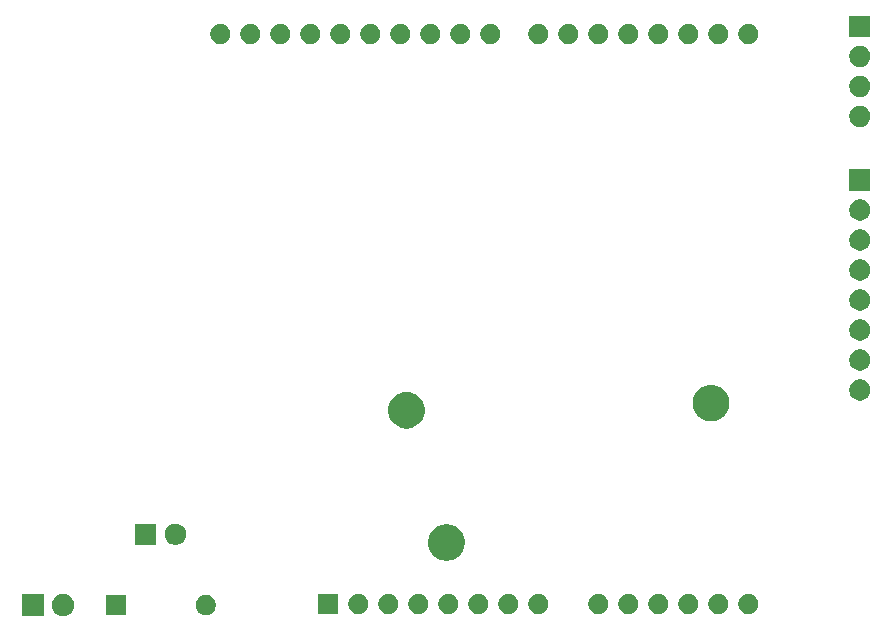
<source format=gbr>
G04 #@! TF.GenerationSoftware,KiCad,Pcbnew,(5.1.5)-3*
G04 #@! TF.CreationDate,2020-12-11T17:28:03+02:00*
G04 #@! TF.ProjectId,led_02,6c65645f-3032-42e6-9b69-6361645f7063,rev?*
G04 #@! TF.SameCoordinates,Original*
G04 #@! TF.FileFunction,Soldermask,Bot*
G04 #@! TF.FilePolarity,Negative*
%FSLAX46Y46*%
G04 Gerber Fmt 4.6, Leading zero omitted, Abs format (unit mm)*
G04 Created by KiCad (PCBNEW (5.1.5)-3) date 2020-12-11 17:28:03*
%MOMM*%
%LPD*%
G04 APERTURE LIST*
%ADD10C,0.100000*%
G04 APERTURE END LIST*
D10*
G36*
X14817395Y-62085546D02*
G01*
X14990466Y-62157234D01*
X14990467Y-62157235D01*
X15146227Y-62261310D01*
X15278690Y-62393773D01*
X15321284Y-62457520D01*
X15382766Y-62549534D01*
X15454454Y-62722605D01*
X15491000Y-62906333D01*
X15491000Y-63093667D01*
X15454454Y-63277395D01*
X15382766Y-63450466D01*
X15382765Y-63450467D01*
X15278690Y-63606227D01*
X15146227Y-63738690D01*
X15123092Y-63754148D01*
X14990466Y-63842766D01*
X14817395Y-63914454D01*
X14633667Y-63951000D01*
X14446333Y-63951000D01*
X14262605Y-63914454D01*
X14089534Y-63842766D01*
X13956908Y-63754148D01*
X13933773Y-63738690D01*
X13801310Y-63606227D01*
X13697235Y-63450467D01*
X13697234Y-63450466D01*
X13625546Y-63277395D01*
X13589000Y-63093667D01*
X13589000Y-62906333D01*
X13625546Y-62722605D01*
X13697234Y-62549534D01*
X13758716Y-62457520D01*
X13801310Y-62393773D01*
X13933773Y-62261310D01*
X14089533Y-62157235D01*
X14089534Y-62157234D01*
X14262605Y-62085546D01*
X14446333Y-62049000D01*
X14633667Y-62049000D01*
X14817395Y-62085546D01*
G37*
G36*
X12951000Y-63951000D02*
G01*
X11049000Y-63951000D01*
X11049000Y-62049000D01*
X12951000Y-62049000D01*
X12951000Y-63951000D01*
G37*
G36*
X19851000Y-63851000D02*
G01*
X18149000Y-63851000D01*
X18149000Y-62149000D01*
X19851000Y-62149000D01*
X19851000Y-63851000D01*
G37*
G36*
X26868228Y-62181703D02*
G01*
X27023100Y-62245853D01*
X27162481Y-62338985D01*
X27281015Y-62457519D01*
X27374147Y-62596900D01*
X27438297Y-62751772D01*
X27471000Y-62916184D01*
X27471000Y-63083816D01*
X27438297Y-63248228D01*
X27374147Y-63403100D01*
X27281015Y-63542481D01*
X27162481Y-63661015D01*
X27023100Y-63754147D01*
X26868228Y-63818297D01*
X26703816Y-63851000D01*
X26536184Y-63851000D01*
X26371772Y-63818297D01*
X26216900Y-63754147D01*
X26077519Y-63661015D01*
X25958985Y-63542481D01*
X25865853Y-63403100D01*
X25801703Y-63248228D01*
X25769000Y-63083816D01*
X25769000Y-62916184D01*
X25801703Y-62751772D01*
X25865853Y-62596900D01*
X25958985Y-62457519D01*
X26077519Y-62338985D01*
X26216900Y-62245853D01*
X26371772Y-62181703D01*
X26536184Y-62149000D01*
X26703816Y-62149000D01*
X26868228Y-62181703D01*
G37*
G36*
X47408228Y-62081703D02*
G01*
X47563100Y-62145853D01*
X47702481Y-62238985D01*
X47821015Y-62357519D01*
X47914147Y-62496900D01*
X47978297Y-62651772D01*
X48011000Y-62816184D01*
X48011000Y-62983816D01*
X47978297Y-63148228D01*
X47914147Y-63303100D01*
X47821015Y-63442481D01*
X47702481Y-63561015D01*
X47563100Y-63654147D01*
X47408228Y-63718297D01*
X47243816Y-63751000D01*
X47076184Y-63751000D01*
X46911772Y-63718297D01*
X46756900Y-63654147D01*
X46617519Y-63561015D01*
X46498985Y-63442481D01*
X46405853Y-63303100D01*
X46341703Y-63148228D01*
X46309000Y-62983816D01*
X46309000Y-62816184D01*
X46341703Y-62651772D01*
X46405853Y-62496900D01*
X46498985Y-62357519D01*
X46617519Y-62238985D01*
X46756900Y-62145853D01*
X46911772Y-62081703D01*
X47076184Y-62049000D01*
X47243816Y-62049000D01*
X47408228Y-62081703D01*
G37*
G36*
X39788228Y-62081703D02*
G01*
X39943100Y-62145853D01*
X40082481Y-62238985D01*
X40201015Y-62357519D01*
X40294147Y-62496900D01*
X40358297Y-62651772D01*
X40391000Y-62816184D01*
X40391000Y-62983816D01*
X40358297Y-63148228D01*
X40294147Y-63303100D01*
X40201015Y-63442481D01*
X40082481Y-63561015D01*
X39943100Y-63654147D01*
X39788228Y-63718297D01*
X39623816Y-63751000D01*
X39456184Y-63751000D01*
X39291772Y-63718297D01*
X39136900Y-63654147D01*
X38997519Y-63561015D01*
X38878985Y-63442481D01*
X38785853Y-63303100D01*
X38721703Y-63148228D01*
X38689000Y-62983816D01*
X38689000Y-62816184D01*
X38721703Y-62651772D01*
X38785853Y-62496900D01*
X38878985Y-62357519D01*
X38997519Y-62238985D01*
X39136900Y-62145853D01*
X39291772Y-62081703D01*
X39456184Y-62049000D01*
X39623816Y-62049000D01*
X39788228Y-62081703D01*
G37*
G36*
X42328228Y-62081703D02*
G01*
X42483100Y-62145853D01*
X42622481Y-62238985D01*
X42741015Y-62357519D01*
X42834147Y-62496900D01*
X42898297Y-62651772D01*
X42931000Y-62816184D01*
X42931000Y-62983816D01*
X42898297Y-63148228D01*
X42834147Y-63303100D01*
X42741015Y-63442481D01*
X42622481Y-63561015D01*
X42483100Y-63654147D01*
X42328228Y-63718297D01*
X42163816Y-63751000D01*
X41996184Y-63751000D01*
X41831772Y-63718297D01*
X41676900Y-63654147D01*
X41537519Y-63561015D01*
X41418985Y-63442481D01*
X41325853Y-63303100D01*
X41261703Y-63148228D01*
X41229000Y-62983816D01*
X41229000Y-62816184D01*
X41261703Y-62651772D01*
X41325853Y-62496900D01*
X41418985Y-62357519D01*
X41537519Y-62238985D01*
X41676900Y-62145853D01*
X41831772Y-62081703D01*
X41996184Y-62049000D01*
X42163816Y-62049000D01*
X42328228Y-62081703D01*
G37*
G36*
X44868228Y-62081703D02*
G01*
X45023100Y-62145853D01*
X45162481Y-62238985D01*
X45281015Y-62357519D01*
X45374147Y-62496900D01*
X45438297Y-62651772D01*
X45471000Y-62816184D01*
X45471000Y-62983816D01*
X45438297Y-63148228D01*
X45374147Y-63303100D01*
X45281015Y-63442481D01*
X45162481Y-63561015D01*
X45023100Y-63654147D01*
X44868228Y-63718297D01*
X44703816Y-63751000D01*
X44536184Y-63751000D01*
X44371772Y-63718297D01*
X44216900Y-63654147D01*
X44077519Y-63561015D01*
X43958985Y-63442481D01*
X43865853Y-63303100D01*
X43801703Y-63148228D01*
X43769000Y-62983816D01*
X43769000Y-62816184D01*
X43801703Y-62651772D01*
X43865853Y-62496900D01*
X43958985Y-62357519D01*
X44077519Y-62238985D01*
X44216900Y-62145853D01*
X44371772Y-62081703D01*
X44536184Y-62049000D01*
X44703816Y-62049000D01*
X44868228Y-62081703D01*
G37*
G36*
X49948228Y-62081703D02*
G01*
X50103100Y-62145853D01*
X50242481Y-62238985D01*
X50361015Y-62357519D01*
X50454147Y-62496900D01*
X50518297Y-62651772D01*
X50551000Y-62816184D01*
X50551000Y-62983816D01*
X50518297Y-63148228D01*
X50454147Y-63303100D01*
X50361015Y-63442481D01*
X50242481Y-63561015D01*
X50103100Y-63654147D01*
X49948228Y-63718297D01*
X49783816Y-63751000D01*
X49616184Y-63751000D01*
X49451772Y-63718297D01*
X49296900Y-63654147D01*
X49157519Y-63561015D01*
X49038985Y-63442481D01*
X48945853Y-63303100D01*
X48881703Y-63148228D01*
X48849000Y-62983816D01*
X48849000Y-62816184D01*
X48881703Y-62651772D01*
X48945853Y-62496900D01*
X49038985Y-62357519D01*
X49157519Y-62238985D01*
X49296900Y-62145853D01*
X49451772Y-62081703D01*
X49616184Y-62049000D01*
X49783816Y-62049000D01*
X49948228Y-62081703D01*
G37*
G36*
X52488228Y-62081703D02*
G01*
X52643100Y-62145853D01*
X52782481Y-62238985D01*
X52901015Y-62357519D01*
X52994147Y-62496900D01*
X53058297Y-62651772D01*
X53091000Y-62816184D01*
X53091000Y-62983816D01*
X53058297Y-63148228D01*
X52994147Y-63303100D01*
X52901015Y-63442481D01*
X52782481Y-63561015D01*
X52643100Y-63654147D01*
X52488228Y-63718297D01*
X52323816Y-63751000D01*
X52156184Y-63751000D01*
X51991772Y-63718297D01*
X51836900Y-63654147D01*
X51697519Y-63561015D01*
X51578985Y-63442481D01*
X51485853Y-63303100D01*
X51421703Y-63148228D01*
X51389000Y-62983816D01*
X51389000Y-62816184D01*
X51421703Y-62651772D01*
X51485853Y-62496900D01*
X51578985Y-62357519D01*
X51697519Y-62238985D01*
X51836900Y-62145853D01*
X51991772Y-62081703D01*
X52156184Y-62049000D01*
X52323816Y-62049000D01*
X52488228Y-62081703D01*
G37*
G36*
X55028228Y-62081703D02*
G01*
X55183100Y-62145853D01*
X55322481Y-62238985D01*
X55441015Y-62357519D01*
X55534147Y-62496900D01*
X55598297Y-62651772D01*
X55631000Y-62816184D01*
X55631000Y-62983816D01*
X55598297Y-63148228D01*
X55534147Y-63303100D01*
X55441015Y-63442481D01*
X55322481Y-63561015D01*
X55183100Y-63654147D01*
X55028228Y-63718297D01*
X54863816Y-63751000D01*
X54696184Y-63751000D01*
X54531772Y-63718297D01*
X54376900Y-63654147D01*
X54237519Y-63561015D01*
X54118985Y-63442481D01*
X54025853Y-63303100D01*
X53961703Y-63148228D01*
X53929000Y-62983816D01*
X53929000Y-62816184D01*
X53961703Y-62651772D01*
X54025853Y-62496900D01*
X54118985Y-62357519D01*
X54237519Y-62238985D01*
X54376900Y-62145853D01*
X54531772Y-62081703D01*
X54696184Y-62049000D01*
X54863816Y-62049000D01*
X55028228Y-62081703D01*
G37*
G36*
X37851000Y-63751000D02*
G01*
X36149000Y-63751000D01*
X36149000Y-62049000D01*
X37851000Y-62049000D01*
X37851000Y-63751000D01*
G37*
G36*
X62648228Y-62081703D02*
G01*
X62803100Y-62145853D01*
X62942481Y-62238985D01*
X63061015Y-62357519D01*
X63154147Y-62496900D01*
X63218297Y-62651772D01*
X63251000Y-62816184D01*
X63251000Y-62983816D01*
X63218297Y-63148228D01*
X63154147Y-63303100D01*
X63061015Y-63442481D01*
X62942481Y-63561015D01*
X62803100Y-63654147D01*
X62648228Y-63718297D01*
X62483816Y-63751000D01*
X62316184Y-63751000D01*
X62151772Y-63718297D01*
X61996900Y-63654147D01*
X61857519Y-63561015D01*
X61738985Y-63442481D01*
X61645853Y-63303100D01*
X61581703Y-63148228D01*
X61549000Y-62983816D01*
X61549000Y-62816184D01*
X61581703Y-62651772D01*
X61645853Y-62496900D01*
X61738985Y-62357519D01*
X61857519Y-62238985D01*
X61996900Y-62145853D01*
X62151772Y-62081703D01*
X62316184Y-62049000D01*
X62483816Y-62049000D01*
X62648228Y-62081703D01*
G37*
G36*
X65188228Y-62081703D02*
G01*
X65343100Y-62145853D01*
X65482481Y-62238985D01*
X65601015Y-62357519D01*
X65694147Y-62496900D01*
X65758297Y-62651772D01*
X65791000Y-62816184D01*
X65791000Y-62983816D01*
X65758297Y-63148228D01*
X65694147Y-63303100D01*
X65601015Y-63442481D01*
X65482481Y-63561015D01*
X65343100Y-63654147D01*
X65188228Y-63718297D01*
X65023816Y-63751000D01*
X64856184Y-63751000D01*
X64691772Y-63718297D01*
X64536900Y-63654147D01*
X64397519Y-63561015D01*
X64278985Y-63442481D01*
X64185853Y-63303100D01*
X64121703Y-63148228D01*
X64089000Y-62983816D01*
X64089000Y-62816184D01*
X64121703Y-62651772D01*
X64185853Y-62496900D01*
X64278985Y-62357519D01*
X64397519Y-62238985D01*
X64536900Y-62145853D01*
X64691772Y-62081703D01*
X64856184Y-62049000D01*
X65023816Y-62049000D01*
X65188228Y-62081703D01*
G37*
G36*
X67728228Y-62081703D02*
G01*
X67883100Y-62145853D01*
X68022481Y-62238985D01*
X68141015Y-62357519D01*
X68234147Y-62496900D01*
X68298297Y-62651772D01*
X68331000Y-62816184D01*
X68331000Y-62983816D01*
X68298297Y-63148228D01*
X68234147Y-63303100D01*
X68141015Y-63442481D01*
X68022481Y-63561015D01*
X67883100Y-63654147D01*
X67728228Y-63718297D01*
X67563816Y-63751000D01*
X67396184Y-63751000D01*
X67231772Y-63718297D01*
X67076900Y-63654147D01*
X66937519Y-63561015D01*
X66818985Y-63442481D01*
X66725853Y-63303100D01*
X66661703Y-63148228D01*
X66629000Y-62983816D01*
X66629000Y-62816184D01*
X66661703Y-62651772D01*
X66725853Y-62496900D01*
X66818985Y-62357519D01*
X66937519Y-62238985D01*
X67076900Y-62145853D01*
X67231772Y-62081703D01*
X67396184Y-62049000D01*
X67563816Y-62049000D01*
X67728228Y-62081703D01*
G37*
G36*
X70268228Y-62081703D02*
G01*
X70423100Y-62145853D01*
X70562481Y-62238985D01*
X70681015Y-62357519D01*
X70774147Y-62496900D01*
X70838297Y-62651772D01*
X70871000Y-62816184D01*
X70871000Y-62983816D01*
X70838297Y-63148228D01*
X70774147Y-63303100D01*
X70681015Y-63442481D01*
X70562481Y-63561015D01*
X70423100Y-63654147D01*
X70268228Y-63718297D01*
X70103816Y-63751000D01*
X69936184Y-63751000D01*
X69771772Y-63718297D01*
X69616900Y-63654147D01*
X69477519Y-63561015D01*
X69358985Y-63442481D01*
X69265853Y-63303100D01*
X69201703Y-63148228D01*
X69169000Y-62983816D01*
X69169000Y-62816184D01*
X69201703Y-62651772D01*
X69265853Y-62496900D01*
X69358985Y-62357519D01*
X69477519Y-62238985D01*
X69616900Y-62145853D01*
X69771772Y-62081703D01*
X69936184Y-62049000D01*
X70103816Y-62049000D01*
X70268228Y-62081703D01*
G37*
G36*
X72808228Y-62081703D02*
G01*
X72963100Y-62145853D01*
X73102481Y-62238985D01*
X73221015Y-62357519D01*
X73314147Y-62496900D01*
X73378297Y-62651772D01*
X73411000Y-62816184D01*
X73411000Y-62983816D01*
X73378297Y-63148228D01*
X73314147Y-63303100D01*
X73221015Y-63442481D01*
X73102481Y-63561015D01*
X72963100Y-63654147D01*
X72808228Y-63718297D01*
X72643816Y-63751000D01*
X72476184Y-63751000D01*
X72311772Y-63718297D01*
X72156900Y-63654147D01*
X72017519Y-63561015D01*
X71898985Y-63442481D01*
X71805853Y-63303100D01*
X71741703Y-63148228D01*
X71709000Y-62983816D01*
X71709000Y-62816184D01*
X71741703Y-62651772D01*
X71805853Y-62496900D01*
X71898985Y-62357519D01*
X72017519Y-62238985D01*
X72156900Y-62145853D01*
X72311772Y-62081703D01*
X72476184Y-62049000D01*
X72643816Y-62049000D01*
X72808228Y-62081703D01*
G37*
G36*
X60108228Y-62081703D02*
G01*
X60263100Y-62145853D01*
X60402481Y-62238985D01*
X60521015Y-62357519D01*
X60614147Y-62496900D01*
X60678297Y-62651772D01*
X60711000Y-62816184D01*
X60711000Y-62983816D01*
X60678297Y-63148228D01*
X60614147Y-63303100D01*
X60521015Y-63442481D01*
X60402481Y-63561015D01*
X60263100Y-63654147D01*
X60108228Y-63718297D01*
X59943816Y-63751000D01*
X59776184Y-63751000D01*
X59611772Y-63718297D01*
X59456900Y-63654147D01*
X59317519Y-63561015D01*
X59198985Y-63442481D01*
X59105853Y-63303100D01*
X59041703Y-63148228D01*
X59009000Y-62983816D01*
X59009000Y-62816184D01*
X59041703Y-62651772D01*
X59105853Y-62496900D01*
X59198985Y-62357519D01*
X59317519Y-62238985D01*
X59456900Y-62145853D01*
X59611772Y-62081703D01*
X59776184Y-62049000D01*
X59943816Y-62049000D01*
X60108228Y-62081703D01*
G37*
G36*
X47302585Y-56178802D02*
G01*
X47452410Y-56208604D01*
X47734674Y-56325521D01*
X47988705Y-56495259D01*
X48204741Y-56711295D01*
X48374479Y-56965326D01*
X48491396Y-57247590D01*
X48494424Y-57262812D01*
X48551000Y-57547239D01*
X48551000Y-57852761D01*
X48521198Y-58002585D01*
X48491396Y-58152410D01*
X48374479Y-58434674D01*
X48204741Y-58688705D01*
X47988705Y-58904741D01*
X47734674Y-59074479D01*
X47452410Y-59191396D01*
X47302585Y-59221198D01*
X47152761Y-59251000D01*
X46847239Y-59251000D01*
X46697415Y-59221198D01*
X46547590Y-59191396D01*
X46265326Y-59074479D01*
X46011295Y-58904741D01*
X45795259Y-58688705D01*
X45625521Y-58434674D01*
X45508604Y-58152410D01*
X45478802Y-58002585D01*
X45449000Y-57852761D01*
X45449000Y-57547239D01*
X45505576Y-57262812D01*
X45508604Y-57247590D01*
X45625521Y-56965326D01*
X45795259Y-56711295D01*
X46011295Y-56495259D01*
X46265326Y-56325521D01*
X46547590Y-56208604D01*
X46697415Y-56178802D01*
X46847239Y-56149000D01*
X47152761Y-56149000D01*
X47302585Y-56178802D01*
G37*
G36*
X22401000Y-57901000D02*
G01*
X20599000Y-57901000D01*
X20599000Y-56099000D01*
X22401000Y-56099000D01*
X22401000Y-57901000D01*
G37*
G36*
X24153512Y-56103927D02*
G01*
X24302812Y-56133624D01*
X24466784Y-56201544D01*
X24614354Y-56300147D01*
X24739853Y-56425646D01*
X24838456Y-56573216D01*
X24906376Y-56737188D01*
X24941000Y-56911259D01*
X24941000Y-57088741D01*
X24906376Y-57262812D01*
X24838456Y-57426784D01*
X24739853Y-57574354D01*
X24614354Y-57699853D01*
X24466784Y-57798456D01*
X24302812Y-57866376D01*
X24153512Y-57896073D01*
X24128742Y-57901000D01*
X23951258Y-57901000D01*
X23926488Y-57896073D01*
X23777188Y-57866376D01*
X23613216Y-57798456D01*
X23465646Y-57699853D01*
X23340147Y-57574354D01*
X23241544Y-57426784D01*
X23173624Y-57262812D01*
X23139000Y-57088741D01*
X23139000Y-56911259D01*
X23173624Y-56737188D01*
X23241544Y-56573216D01*
X23340147Y-56425646D01*
X23465646Y-56300147D01*
X23613216Y-56201544D01*
X23777188Y-56133624D01*
X23926488Y-56103927D01*
X23951258Y-56099000D01*
X24128742Y-56099000D01*
X24153512Y-56103927D01*
G37*
G36*
X43902585Y-44978802D02*
G01*
X44052410Y-45008604D01*
X44334674Y-45125521D01*
X44588705Y-45295259D01*
X44804741Y-45511295D01*
X44974479Y-45765326D01*
X45091396Y-46047590D01*
X45151000Y-46347240D01*
X45151000Y-46652760D01*
X45091396Y-46952410D01*
X44974479Y-47234674D01*
X44804741Y-47488705D01*
X44588705Y-47704741D01*
X44334674Y-47874479D01*
X44052410Y-47991396D01*
X43902585Y-48021198D01*
X43752761Y-48051000D01*
X43447239Y-48051000D01*
X43297415Y-48021198D01*
X43147590Y-47991396D01*
X42865326Y-47874479D01*
X42611295Y-47704741D01*
X42395259Y-47488705D01*
X42225521Y-47234674D01*
X42108604Y-46952410D01*
X42049000Y-46652760D01*
X42049000Y-46347240D01*
X42108604Y-46047590D01*
X42225521Y-45765326D01*
X42395259Y-45511295D01*
X42611295Y-45295259D01*
X42865326Y-45125521D01*
X43147590Y-45008604D01*
X43297415Y-44978802D01*
X43447239Y-44949000D01*
X43752761Y-44949000D01*
X43902585Y-44978802D01*
G37*
G36*
X69702585Y-44378802D02*
G01*
X69852410Y-44408604D01*
X70134674Y-44525521D01*
X70388705Y-44695259D01*
X70604741Y-44911295D01*
X70774479Y-45165326D01*
X70891396Y-45447590D01*
X70951000Y-45747240D01*
X70951000Y-46052760D01*
X70891396Y-46352410D01*
X70774479Y-46634674D01*
X70604741Y-46888705D01*
X70388705Y-47104741D01*
X70134674Y-47274479D01*
X69852410Y-47391396D01*
X69702585Y-47421198D01*
X69552761Y-47451000D01*
X69247239Y-47451000D01*
X69097415Y-47421198D01*
X68947590Y-47391396D01*
X68665326Y-47274479D01*
X68411295Y-47104741D01*
X68195259Y-46888705D01*
X68025521Y-46634674D01*
X67908604Y-46352410D01*
X67849000Y-46052760D01*
X67849000Y-45747240D01*
X67908604Y-45447590D01*
X68025521Y-45165326D01*
X68195259Y-44911295D01*
X68411295Y-44695259D01*
X68665326Y-44525521D01*
X68947590Y-44408604D01*
X69097415Y-44378802D01*
X69247239Y-44349000D01*
X69552761Y-44349000D01*
X69702585Y-44378802D01*
G37*
G36*
X82113512Y-43883927D02*
G01*
X82262812Y-43913624D01*
X82426784Y-43981544D01*
X82574354Y-44080147D01*
X82699853Y-44205646D01*
X82798456Y-44353216D01*
X82866376Y-44517188D01*
X82901000Y-44691259D01*
X82901000Y-44868741D01*
X82866376Y-45042812D01*
X82798456Y-45206784D01*
X82699853Y-45354354D01*
X82574354Y-45479853D01*
X82426784Y-45578456D01*
X82262812Y-45646376D01*
X82113512Y-45676073D01*
X82088742Y-45681000D01*
X81911258Y-45681000D01*
X81886488Y-45676073D01*
X81737188Y-45646376D01*
X81573216Y-45578456D01*
X81425646Y-45479853D01*
X81300147Y-45354354D01*
X81201544Y-45206784D01*
X81133624Y-45042812D01*
X81099000Y-44868741D01*
X81099000Y-44691259D01*
X81133624Y-44517188D01*
X81201544Y-44353216D01*
X81300147Y-44205646D01*
X81425646Y-44080147D01*
X81573216Y-43981544D01*
X81737188Y-43913624D01*
X81886488Y-43883927D01*
X81911258Y-43879000D01*
X82088742Y-43879000D01*
X82113512Y-43883927D01*
G37*
G36*
X82113512Y-41343927D02*
G01*
X82262812Y-41373624D01*
X82426784Y-41441544D01*
X82574354Y-41540147D01*
X82699853Y-41665646D01*
X82798456Y-41813216D01*
X82866376Y-41977188D01*
X82901000Y-42151259D01*
X82901000Y-42328741D01*
X82866376Y-42502812D01*
X82798456Y-42666784D01*
X82699853Y-42814354D01*
X82574354Y-42939853D01*
X82426784Y-43038456D01*
X82262812Y-43106376D01*
X82113512Y-43136073D01*
X82088742Y-43141000D01*
X81911258Y-43141000D01*
X81886488Y-43136073D01*
X81737188Y-43106376D01*
X81573216Y-43038456D01*
X81425646Y-42939853D01*
X81300147Y-42814354D01*
X81201544Y-42666784D01*
X81133624Y-42502812D01*
X81099000Y-42328741D01*
X81099000Y-42151259D01*
X81133624Y-41977188D01*
X81201544Y-41813216D01*
X81300147Y-41665646D01*
X81425646Y-41540147D01*
X81573216Y-41441544D01*
X81737188Y-41373624D01*
X81886488Y-41343927D01*
X81911258Y-41339000D01*
X82088742Y-41339000D01*
X82113512Y-41343927D01*
G37*
G36*
X82113512Y-38803927D02*
G01*
X82262812Y-38833624D01*
X82426784Y-38901544D01*
X82574354Y-39000147D01*
X82699853Y-39125646D01*
X82798456Y-39273216D01*
X82866376Y-39437188D01*
X82901000Y-39611259D01*
X82901000Y-39788741D01*
X82866376Y-39962812D01*
X82798456Y-40126784D01*
X82699853Y-40274354D01*
X82574354Y-40399853D01*
X82426784Y-40498456D01*
X82262812Y-40566376D01*
X82113512Y-40596073D01*
X82088742Y-40601000D01*
X81911258Y-40601000D01*
X81886488Y-40596073D01*
X81737188Y-40566376D01*
X81573216Y-40498456D01*
X81425646Y-40399853D01*
X81300147Y-40274354D01*
X81201544Y-40126784D01*
X81133624Y-39962812D01*
X81099000Y-39788741D01*
X81099000Y-39611259D01*
X81133624Y-39437188D01*
X81201544Y-39273216D01*
X81300147Y-39125646D01*
X81425646Y-39000147D01*
X81573216Y-38901544D01*
X81737188Y-38833624D01*
X81886488Y-38803927D01*
X81911258Y-38799000D01*
X82088742Y-38799000D01*
X82113512Y-38803927D01*
G37*
G36*
X82113512Y-36263927D02*
G01*
X82262812Y-36293624D01*
X82426784Y-36361544D01*
X82574354Y-36460147D01*
X82699853Y-36585646D01*
X82798456Y-36733216D01*
X82866376Y-36897188D01*
X82901000Y-37071259D01*
X82901000Y-37248741D01*
X82866376Y-37422812D01*
X82798456Y-37586784D01*
X82699853Y-37734354D01*
X82574354Y-37859853D01*
X82426784Y-37958456D01*
X82262812Y-38026376D01*
X82113512Y-38056073D01*
X82088742Y-38061000D01*
X81911258Y-38061000D01*
X81886488Y-38056073D01*
X81737188Y-38026376D01*
X81573216Y-37958456D01*
X81425646Y-37859853D01*
X81300147Y-37734354D01*
X81201544Y-37586784D01*
X81133624Y-37422812D01*
X81099000Y-37248741D01*
X81099000Y-37071259D01*
X81133624Y-36897188D01*
X81201544Y-36733216D01*
X81300147Y-36585646D01*
X81425646Y-36460147D01*
X81573216Y-36361544D01*
X81737188Y-36293624D01*
X81886488Y-36263927D01*
X81911258Y-36259000D01*
X82088742Y-36259000D01*
X82113512Y-36263927D01*
G37*
G36*
X82113512Y-33723927D02*
G01*
X82262812Y-33753624D01*
X82426784Y-33821544D01*
X82574354Y-33920147D01*
X82699853Y-34045646D01*
X82798456Y-34193216D01*
X82866376Y-34357188D01*
X82901000Y-34531259D01*
X82901000Y-34708741D01*
X82866376Y-34882812D01*
X82798456Y-35046784D01*
X82699853Y-35194354D01*
X82574354Y-35319853D01*
X82426784Y-35418456D01*
X82262812Y-35486376D01*
X82113512Y-35516073D01*
X82088742Y-35521000D01*
X81911258Y-35521000D01*
X81886488Y-35516073D01*
X81737188Y-35486376D01*
X81573216Y-35418456D01*
X81425646Y-35319853D01*
X81300147Y-35194354D01*
X81201544Y-35046784D01*
X81133624Y-34882812D01*
X81099000Y-34708741D01*
X81099000Y-34531259D01*
X81133624Y-34357188D01*
X81201544Y-34193216D01*
X81300147Y-34045646D01*
X81425646Y-33920147D01*
X81573216Y-33821544D01*
X81737188Y-33753624D01*
X81886488Y-33723927D01*
X81911258Y-33719000D01*
X82088742Y-33719000D01*
X82113512Y-33723927D01*
G37*
G36*
X82113512Y-31183927D02*
G01*
X82262812Y-31213624D01*
X82426784Y-31281544D01*
X82574354Y-31380147D01*
X82699853Y-31505646D01*
X82798456Y-31653216D01*
X82866376Y-31817188D01*
X82901000Y-31991259D01*
X82901000Y-32168741D01*
X82866376Y-32342812D01*
X82798456Y-32506784D01*
X82699853Y-32654354D01*
X82574354Y-32779853D01*
X82426784Y-32878456D01*
X82262812Y-32946376D01*
X82113512Y-32976073D01*
X82088742Y-32981000D01*
X81911258Y-32981000D01*
X81886488Y-32976073D01*
X81737188Y-32946376D01*
X81573216Y-32878456D01*
X81425646Y-32779853D01*
X81300147Y-32654354D01*
X81201544Y-32506784D01*
X81133624Y-32342812D01*
X81099000Y-32168741D01*
X81099000Y-31991259D01*
X81133624Y-31817188D01*
X81201544Y-31653216D01*
X81300147Y-31505646D01*
X81425646Y-31380147D01*
X81573216Y-31281544D01*
X81737188Y-31213624D01*
X81886488Y-31183927D01*
X81911258Y-31179000D01*
X82088742Y-31179000D01*
X82113512Y-31183927D01*
G37*
G36*
X82113512Y-28643927D02*
G01*
X82262812Y-28673624D01*
X82426784Y-28741544D01*
X82574354Y-28840147D01*
X82699853Y-28965646D01*
X82798456Y-29113216D01*
X82866376Y-29277188D01*
X82901000Y-29451259D01*
X82901000Y-29628741D01*
X82866376Y-29802812D01*
X82798456Y-29966784D01*
X82699853Y-30114354D01*
X82574354Y-30239853D01*
X82426784Y-30338456D01*
X82262812Y-30406376D01*
X82113512Y-30436073D01*
X82088742Y-30441000D01*
X81911258Y-30441000D01*
X81886488Y-30436073D01*
X81737188Y-30406376D01*
X81573216Y-30338456D01*
X81425646Y-30239853D01*
X81300147Y-30114354D01*
X81201544Y-29966784D01*
X81133624Y-29802812D01*
X81099000Y-29628741D01*
X81099000Y-29451259D01*
X81133624Y-29277188D01*
X81201544Y-29113216D01*
X81300147Y-28965646D01*
X81425646Y-28840147D01*
X81573216Y-28741544D01*
X81737188Y-28673624D01*
X81886488Y-28643927D01*
X81911258Y-28639000D01*
X82088742Y-28639000D01*
X82113512Y-28643927D01*
G37*
G36*
X82901000Y-27901000D02*
G01*
X81099000Y-27901000D01*
X81099000Y-26099000D01*
X82901000Y-26099000D01*
X82901000Y-27901000D01*
G37*
G36*
X82113512Y-20723927D02*
G01*
X82262812Y-20753624D01*
X82426784Y-20821544D01*
X82574354Y-20920147D01*
X82699853Y-21045646D01*
X82798456Y-21193216D01*
X82866376Y-21357188D01*
X82901000Y-21531259D01*
X82901000Y-21708741D01*
X82866376Y-21882812D01*
X82798456Y-22046784D01*
X82699853Y-22194354D01*
X82574354Y-22319853D01*
X82426784Y-22418456D01*
X82262812Y-22486376D01*
X82113512Y-22516073D01*
X82088742Y-22521000D01*
X81911258Y-22521000D01*
X81886488Y-22516073D01*
X81737188Y-22486376D01*
X81573216Y-22418456D01*
X81425646Y-22319853D01*
X81300147Y-22194354D01*
X81201544Y-22046784D01*
X81133624Y-21882812D01*
X81099000Y-21708741D01*
X81099000Y-21531259D01*
X81133624Y-21357188D01*
X81201544Y-21193216D01*
X81300147Y-21045646D01*
X81425646Y-20920147D01*
X81573216Y-20821544D01*
X81737188Y-20753624D01*
X81886488Y-20723927D01*
X81911258Y-20719000D01*
X82088742Y-20719000D01*
X82113512Y-20723927D01*
G37*
G36*
X82113512Y-18183927D02*
G01*
X82262812Y-18213624D01*
X82426784Y-18281544D01*
X82574354Y-18380147D01*
X82699853Y-18505646D01*
X82798456Y-18653216D01*
X82866376Y-18817188D01*
X82901000Y-18991259D01*
X82901000Y-19168741D01*
X82866376Y-19342812D01*
X82798456Y-19506784D01*
X82699853Y-19654354D01*
X82574354Y-19779853D01*
X82426784Y-19878456D01*
X82262812Y-19946376D01*
X82113512Y-19976073D01*
X82088742Y-19981000D01*
X81911258Y-19981000D01*
X81886488Y-19976073D01*
X81737188Y-19946376D01*
X81573216Y-19878456D01*
X81425646Y-19779853D01*
X81300147Y-19654354D01*
X81201544Y-19506784D01*
X81133624Y-19342812D01*
X81099000Y-19168741D01*
X81099000Y-18991259D01*
X81133624Y-18817188D01*
X81201544Y-18653216D01*
X81300147Y-18505646D01*
X81425646Y-18380147D01*
X81573216Y-18281544D01*
X81737188Y-18213624D01*
X81886488Y-18183927D01*
X81911258Y-18179000D01*
X82088742Y-18179000D01*
X82113512Y-18183927D01*
G37*
G36*
X82113512Y-15643927D02*
G01*
X82262812Y-15673624D01*
X82426784Y-15741544D01*
X82574354Y-15840147D01*
X82699853Y-15965646D01*
X82798456Y-16113216D01*
X82866376Y-16277188D01*
X82901000Y-16451259D01*
X82901000Y-16628741D01*
X82866376Y-16802812D01*
X82798456Y-16966784D01*
X82699853Y-17114354D01*
X82574354Y-17239853D01*
X82426784Y-17338456D01*
X82262812Y-17406376D01*
X82113512Y-17436073D01*
X82088742Y-17441000D01*
X81911258Y-17441000D01*
X81886488Y-17436073D01*
X81737188Y-17406376D01*
X81573216Y-17338456D01*
X81425646Y-17239853D01*
X81300147Y-17114354D01*
X81201544Y-16966784D01*
X81133624Y-16802812D01*
X81099000Y-16628741D01*
X81099000Y-16451259D01*
X81133624Y-16277188D01*
X81201544Y-16113216D01*
X81300147Y-15965646D01*
X81425646Y-15840147D01*
X81573216Y-15741544D01*
X81737188Y-15673624D01*
X81886488Y-15643927D01*
X81911258Y-15639000D01*
X82088742Y-15639000D01*
X82113512Y-15643927D01*
G37*
G36*
X40808228Y-13821703D02*
G01*
X40963100Y-13885853D01*
X41102481Y-13978985D01*
X41221015Y-14097519D01*
X41314147Y-14236900D01*
X41378297Y-14391772D01*
X41411000Y-14556184D01*
X41411000Y-14723816D01*
X41378297Y-14888228D01*
X41314147Y-15043100D01*
X41221015Y-15182481D01*
X41102481Y-15301015D01*
X40963100Y-15394147D01*
X40808228Y-15458297D01*
X40643816Y-15491000D01*
X40476184Y-15491000D01*
X40311772Y-15458297D01*
X40156900Y-15394147D01*
X40017519Y-15301015D01*
X39898985Y-15182481D01*
X39805853Y-15043100D01*
X39741703Y-14888228D01*
X39709000Y-14723816D01*
X39709000Y-14556184D01*
X39741703Y-14391772D01*
X39805853Y-14236900D01*
X39898985Y-14097519D01*
X40017519Y-13978985D01*
X40156900Y-13885853D01*
X40311772Y-13821703D01*
X40476184Y-13789000D01*
X40643816Y-13789000D01*
X40808228Y-13821703D01*
G37*
G36*
X60108228Y-13821703D02*
G01*
X60263100Y-13885853D01*
X60402481Y-13978985D01*
X60521015Y-14097519D01*
X60614147Y-14236900D01*
X60678297Y-14391772D01*
X60711000Y-14556184D01*
X60711000Y-14723816D01*
X60678297Y-14888228D01*
X60614147Y-15043100D01*
X60521015Y-15182481D01*
X60402481Y-15301015D01*
X60263100Y-15394147D01*
X60108228Y-15458297D01*
X59943816Y-15491000D01*
X59776184Y-15491000D01*
X59611772Y-15458297D01*
X59456900Y-15394147D01*
X59317519Y-15301015D01*
X59198985Y-15182481D01*
X59105853Y-15043100D01*
X59041703Y-14888228D01*
X59009000Y-14723816D01*
X59009000Y-14556184D01*
X59041703Y-14391772D01*
X59105853Y-14236900D01*
X59198985Y-14097519D01*
X59317519Y-13978985D01*
X59456900Y-13885853D01*
X59611772Y-13821703D01*
X59776184Y-13789000D01*
X59943816Y-13789000D01*
X60108228Y-13821703D01*
G37*
G36*
X62648228Y-13821703D02*
G01*
X62803100Y-13885853D01*
X62942481Y-13978985D01*
X63061015Y-14097519D01*
X63154147Y-14236900D01*
X63218297Y-14391772D01*
X63251000Y-14556184D01*
X63251000Y-14723816D01*
X63218297Y-14888228D01*
X63154147Y-15043100D01*
X63061015Y-15182481D01*
X62942481Y-15301015D01*
X62803100Y-15394147D01*
X62648228Y-15458297D01*
X62483816Y-15491000D01*
X62316184Y-15491000D01*
X62151772Y-15458297D01*
X61996900Y-15394147D01*
X61857519Y-15301015D01*
X61738985Y-15182481D01*
X61645853Y-15043100D01*
X61581703Y-14888228D01*
X61549000Y-14723816D01*
X61549000Y-14556184D01*
X61581703Y-14391772D01*
X61645853Y-14236900D01*
X61738985Y-14097519D01*
X61857519Y-13978985D01*
X61996900Y-13885853D01*
X62151772Y-13821703D01*
X62316184Y-13789000D01*
X62483816Y-13789000D01*
X62648228Y-13821703D01*
G37*
G36*
X48428228Y-13821703D02*
G01*
X48583100Y-13885853D01*
X48722481Y-13978985D01*
X48841015Y-14097519D01*
X48934147Y-14236900D01*
X48998297Y-14391772D01*
X49031000Y-14556184D01*
X49031000Y-14723816D01*
X48998297Y-14888228D01*
X48934147Y-15043100D01*
X48841015Y-15182481D01*
X48722481Y-15301015D01*
X48583100Y-15394147D01*
X48428228Y-15458297D01*
X48263816Y-15491000D01*
X48096184Y-15491000D01*
X47931772Y-15458297D01*
X47776900Y-15394147D01*
X47637519Y-15301015D01*
X47518985Y-15182481D01*
X47425853Y-15043100D01*
X47361703Y-14888228D01*
X47329000Y-14723816D01*
X47329000Y-14556184D01*
X47361703Y-14391772D01*
X47425853Y-14236900D01*
X47518985Y-14097519D01*
X47637519Y-13978985D01*
X47776900Y-13885853D01*
X47931772Y-13821703D01*
X48096184Y-13789000D01*
X48263816Y-13789000D01*
X48428228Y-13821703D01*
G37*
G36*
X65188228Y-13821703D02*
G01*
X65343100Y-13885853D01*
X65482481Y-13978985D01*
X65601015Y-14097519D01*
X65694147Y-14236900D01*
X65758297Y-14391772D01*
X65791000Y-14556184D01*
X65791000Y-14723816D01*
X65758297Y-14888228D01*
X65694147Y-15043100D01*
X65601015Y-15182481D01*
X65482481Y-15301015D01*
X65343100Y-15394147D01*
X65188228Y-15458297D01*
X65023816Y-15491000D01*
X64856184Y-15491000D01*
X64691772Y-15458297D01*
X64536900Y-15394147D01*
X64397519Y-15301015D01*
X64278985Y-15182481D01*
X64185853Y-15043100D01*
X64121703Y-14888228D01*
X64089000Y-14723816D01*
X64089000Y-14556184D01*
X64121703Y-14391772D01*
X64185853Y-14236900D01*
X64278985Y-14097519D01*
X64397519Y-13978985D01*
X64536900Y-13885853D01*
X64691772Y-13821703D01*
X64856184Y-13789000D01*
X65023816Y-13789000D01*
X65188228Y-13821703D01*
G37*
G36*
X55028228Y-13821703D02*
G01*
X55183100Y-13885853D01*
X55322481Y-13978985D01*
X55441015Y-14097519D01*
X55534147Y-14236900D01*
X55598297Y-14391772D01*
X55631000Y-14556184D01*
X55631000Y-14723816D01*
X55598297Y-14888228D01*
X55534147Y-15043100D01*
X55441015Y-15182481D01*
X55322481Y-15301015D01*
X55183100Y-15394147D01*
X55028228Y-15458297D01*
X54863816Y-15491000D01*
X54696184Y-15491000D01*
X54531772Y-15458297D01*
X54376900Y-15394147D01*
X54237519Y-15301015D01*
X54118985Y-15182481D01*
X54025853Y-15043100D01*
X53961703Y-14888228D01*
X53929000Y-14723816D01*
X53929000Y-14556184D01*
X53961703Y-14391772D01*
X54025853Y-14236900D01*
X54118985Y-14097519D01*
X54237519Y-13978985D01*
X54376900Y-13885853D01*
X54531772Y-13821703D01*
X54696184Y-13789000D01*
X54863816Y-13789000D01*
X55028228Y-13821703D01*
G37*
G36*
X67728228Y-13821703D02*
G01*
X67883100Y-13885853D01*
X68022481Y-13978985D01*
X68141015Y-14097519D01*
X68234147Y-14236900D01*
X68298297Y-14391772D01*
X68331000Y-14556184D01*
X68331000Y-14723816D01*
X68298297Y-14888228D01*
X68234147Y-15043100D01*
X68141015Y-15182481D01*
X68022481Y-15301015D01*
X67883100Y-15394147D01*
X67728228Y-15458297D01*
X67563816Y-15491000D01*
X67396184Y-15491000D01*
X67231772Y-15458297D01*
X67076900Y-15394147D01*
X66937519Y-15301015D01*
X66818985Y-15182481D01*
X66725853Y-15043100D01*
X66661703Y-14888228D01*
X66629000Y-14723816D01*
X66629000Y-14556184D01*
X66661703Y-14391772D01*
X66725853Y-14236900D01*
X66818985Y-14097519D01*
X66937519Y-13978985D01*
X67076900Y-13885853D01*
X67231772Y-13821703D01*
X67396184Y-13789000D01*
X67563816Y-13789000D01*
X67728228Y-13821703D01*
G37*
G36*
X50968228Y-13821703D02*
G01*
X51123100Y-13885853D01*
X51262481Y-13978985D01*
X51381015Y-14097519D01*
X51474147Y-14236900D01*
X51538297Y-14391772D01*
X51571000Y-14556184D01*
X51571000Y-14723816D01*
X51538297Y-14888228D01*
X51474147Y-15043100D01*
X51381015Y-15182481D01*
X51262481Y-15301015D01*
X51123100Y-15394147D01*
X50968228Y-15458297D01*
X50803816Y-15491000D01*
X50636184Y-15491000D01*
X50471772Y-15458297D01*
X50316900Y-15394147D01*
X50177519Y-15301015D01*
X50058985Y-15182481D01*
X49965853Y-15043100D01*
X49901703Y-14888228D01*
X49869000Y-14723816D01*
X49869000Y-14556184D01*
X49901703Y-14391772D01*
X49965853Y-14236900D01*
X50058985Y-14097519D01*
X50177519Y-13978985D01*
X50316900Y-13885853D01*
X50471772Y-13821703D01*
X50636184Y-13789000D01*
X50803816Y-13789000D01*
X50968228Y-13821703D01*
G37*
G36*
X28108228Y-13821703D02*
G01*
X28263100Y-13885853D01*
X28402481Y-13978985D01*
X28521015Y-14097519D01*
X28614147Y-14236900D01*
X28678297Y-14391772D01*
X28711000Y-14556184D01*
X28711000Y-14723816D01*
X28678297Y-14888228D01*
X28614147Y-15043100D01*
X28521015Y-15182481D01*
X28402481Y-15301015D01*
X28263100Y-15394147D01*
X28108228Y-15458297D01*
X27943816Y-15491000D01*
X27776184Y-15491000D01*
X27611772Y-15458297D01*
X27456900Y-15394147D01*
X27317519Y-15301015D01*
X27198985Y-15182481D01*
X27105853Y-15043100D01*
X27041703Y-14888228D01*
X27009000Y-14723816D01*
X27009000Y-14556184D01*
X27041703Y-14391772D01*
X27105853Y-14236900D01*
X27198985Y-14097519D01*
X27317519Y-13978985D01*
X27456900Y-13885853D01*
X27611772Y-13821703D01*
X27776184Y-13789000D01*
X27943816Y-13789000D01*
X28108228Y-13821703D01*
G37*
G36*
X30648228Y-13821703D02*
G01*
X30803100Y-13885853D01*
X30942481Y-13978985D01*
X31061015Y-14097519D01*
X31154147Y-14236900D01*
X31218297Y-14391772D01*
X31251000Y-14556184D01*
X31251000Y-14723816D01*
X31218297Y-14888228D01*
X31154147Y-15043100D01*
X31061015Y-15182481D01*
X30942481Y-15301015D01*
X30803100Y-15394147D01*
X30648228Y-15458297D01*
X30483816Y-15491000D01*
X30316184Y-15491000D01*
X30151772Y-15458297D01*
X29996900Y-15394147D01*
X29857519Y-15301015D01*
X29738985Y-15182481D01*
X29645853Y-15043100D01*
X29581703Y-14888228D01*
X29549000Y-14723816D01*
X29549000Y-14556184D01*
X29581703Y-14391772D01*
X29645853Y-14236900D01*
X29738985Y-14097519D01*
X29857519Y-13978985D01*
X29996900Y-13885853D01*
X30151772Y-13821703D01*
X30316184Y-13789000D01*
X30483816Y-13789000D01*
X30648228Y-13821703D01*
G37*
G36*
X45888228Y-13821703D02*
G01*
X46043100Y-13885853D01*
X46182481Y-13978985D01*
X46301015Y-14097519D01*
X46394147Y-14236900D01*
X46458297Y-14391772D01*
X46491000Y-14556184D01*
X46491000Y-14723816D01*
X46458297Y-14888228D01*
X46394147Y-15043100D01*
X46301015Y-15182481D01*
X46182481Y-15301015D01*
X46043100Y-15394147D01*
X45888228Y-15458297D01*
X45723816Y-15491000D01*
X45556184Y-15491000D01*
X45391772Y-15458297D01*
X45236900Y-15394147D01*
X45097519Y-15301015D01*
X44978985Y-15182481D01*
X44885853Y-15043100D01*
X44821703Y-14888228D01*
X44789000Y-14723816D01*
X44789000Y-14556184D01*
X44821703Y-14391772D01*
X44885853Y-14236900D01*
X44978985Y-14097519D01*
X45097519Y-13978985D01*
X45236900Y-13885853D01*
X45391772Y-13821703D01*
X45556184Y-13789000D01*
X45723816Y-13789000D01*
X45888228Y-13821703D01*
G37*
G36*
X57568228Y-13821703D02*
G01*
X57723100Y-13885853D01*
X57862481Y-13978985D01*
X57981015Y-14097519D01*
X58074147Y-14236900D01*
X58138297Y-14391772D01*
X58171000Y-14556184D01*
X58171000Y-14723816D01*
X58138297Y-14888228D01*
X58074147Y-15043100D01*
X57981015Y-15182481D01*
X57862481Y-15301015D01*
X57723100Y-15394147D01*
X57568228Y-15458297D01*
X57403816Y-15491000D01*
X57236184Y-15491000D01*
X57071772Y-15458297D01*
X56916900Y-15394147D01*
X56777519Y-15301015D01*
X56658985Y-15182481D01*
X56565853Y-15043100D01*
X56501703Y-14888228D01*
X56469000Y-14723816D01*
X56469000Y-14556184D01*
X56501703Y-14391772D01*
X56565853Y-14236900D01*
X56658985Y-14097519D01*
X56777519Y-13978985D01*
X56916900Y-13885853D01*
X57071772Y-13821703D01*
X57236184Y-13789000D01*
X57403816Y-13789000D01*
X57568228Y-13821703D01*
G37*
G36*
X43348228Y-13821703D02*
G01*
X43503100Y-13885853D01*
X43642481Y-13978985D01*
X43761015Y-14097519D01*
X43854147Y-14236900D01*
X43918297Y-14391772D01*
X43951000Y-14556184D01*
X43951000Y-14723816D01*
X43918297Y-14888228D01*
X43854147Y-15043100D01*
X43761015Y-15182481D01*
X43642481Y-15301015D01*
X43503100Y-15394147D01*
X43348228Y-15458297D01*
X43183816Y-15491000D01*
X43016184Y-15491000D01*
X42851772Y-15458297D01*
X42696900Y-15394147D01*
X42557519Y-15301015D01*
X42438985Y-15182481D01*
X42345853Y-15043100D01*
X42281703Y-14888228D01*
X42249000Y-14723816D01*
X42249000Y-14556184D01*
X42281703Y-14391772D01*
X42345853Y-14236900D01*
X42438985Y-14097519D01*
X42557519Y-13978985D01*
X42696900Y-13885853D01*
X42851772Y-13821703D01*
X43016184Y-13789000D01*
X43183816Y-13789000D01*
X43348228Y-13821703D01*
G37*
G36*
X38268228Y-13821703D02*
G01*
X38423100Y-13885853D01*
X38562481Y-13978985D01*
X38681015Y-14097519D01*
X38774147Y-14236900D01*
X38838297Y-14391772D01*
X38871000Y-14556184D01*
X38871000Y-14723816D01*
X38838297Y-14888228D01*
X38774147Y-15043100D01*
X38681015Y-15182481D01*
X38562481Y-15301015D01*
X38423100Y-15394147D01*
X38268228Y-15458297D01*
X38103816Y-15491000D01*
X37936184Y-15491000D01*
X37771772Y-15458297D01*
X37616900Y-15394147D01*
X37477519Y-15301015D01*
X37358985Y-15182481D01*
X37265853Y-15043100D01*
X37201703Y-14888228D01*
X37169000Y-14723816D01*
X37169000Y-14556184D01*
X37201703Y-14391772D01*
X37265853Y-14236900D01*
X37358985Y-14097519D01*
X37477519Y-13978985D01*
X37616900Y-13885853D01*
X37771772Y-13821703D01*
X37936184Y-13789000D01*
X38103816Y-13789000D01*
X38268228Y-13821703D01*
G37*
G36*
X35728228Y-13821703D02*
G01*
X35883100Y-13885853D01*
X36022481Y-13978985D01*
X36141015Y-14097519D01*
X36234147Y-14236900D01*
X36298297Y-14391772D01*
X36331000Y-14556184D01*
X36331000Y-14723816D01*
X36298297Y-14888228D01*
X36234147Y-15043100D01*
X36141015Y-15182481D01*
X36022481Y-15301015D01*
X35883100Y-15394147D01*
X35728228Y-15458297D01*
X35563816Y-15491000D01*
X35396184Y-15491000D01*
X35231772Y-15458297D01*
X35076900Y-15394147D01*
X34937519Y-15301015D01*
X34818985Y-15182481D01*
X34725853Y-15043100D01*
X34661703Y-14888228D01*
X34629000Y-14723816D01*
X34629000Y-14556184D01*
X34661703Y-14391772D01*
X34725853Y-14236900D01*
X34818985Y-14097519D01*
X34937519Y-13978985D01*
X35076900Y-13885853D01*
X35231772Y-13821703D01*
X35396184Y-13789000D01*
X35563816Y-13789000D01*
X35728228Y-13821703D01*
G37*
G36*
X33188228Y-13821703D02*
G01*
X33343100Y-13885853D01*
X33482481Y-13978985D01*
X33601015Y-14097519D01*
X33694147Y-14236900D01*
X33758297Y-14391772D01*
X33791000Y-14556184D01*
X33791000Y-14723816D01*
X33758297Y-14888228D01*
X33694147Y-15043100D01*
X33601015Y-15182481D01*
X33482481Y-15301015D01*
X33343100Y-15394147D01*
X33188228Y-15458297D01*
X33023816Y-15491000D01*
X32856184Y-15491000D01*
X32691772Y-15458297D01*
X32536900Y-15394147D01*
X32397519Y-15301015D01*
X32278985Y-15182481D01*
X32185853Y-15043100D01*
X32121703Y-14888228D01*
X32089000Y-14723816D01*
X32089000Y-14556184D01*
X32121703Y-14391772D01*
X32185853Y-14236900D01*
X32278985Y-14097519D01*
X32397519Y-13978985D01*
X32536900Y-13885853D01*
X32691772Y-13821703D01*
X32856184Y-13789000D01*
X33023816Y-13789000D01*
X33188228Y-13821703D01*
G37*
G36*
X72808228Y-13821703D02*
G01*
X72963100Y-13885853D01*
X73102481Y-13978985D01*
X73221015Y-14097519D01*
X73314147Y-14236900D01*
X73378297Y-14391772D01*
X73411000Y-14556184D01*
X73411000Y-14723816D01*
X73378297Y-14888228D01*
X73314147Y-15043100D01*
X73221015Y-15182481D01*
X73102481Y-15301015D01*
X72963100Y-15394147D01*
X72808228Y-15458297D01*
X72643816Y-15491000D01*
X72476184Y-15491000D01*
X72311772Y-15458297D01*
X72156900Y-15394147D01*
X72017519Y-15301015D01*
X71898985Y-15182481D01*
X71805853Y-15043100D01*
X71741703Y-14888228D01*
X71709000Y-14723816D01*
X71709000Y-14556184D01*
X71741703Y-14391772D01*
X71805853Y-14236900D01*
X71898985Y-14097519D01*
X72017519Y-13978985D01*
X72156900Y-13885853D01*
X72311772Y-13821703D01*
X72476184Y-13789000D01*
X72643816Y-13789000D01*
X72808228Y-13821703D01*
G37*
G36*
X70268228Y-13821703D02*
G01*
X70423100Y-13885853D01*
X70562481Y-13978985D01*
X70681015Y-14097519D01*
X70774147Y-14236900D01*
X70838297Y-14391772D01*
X70871000Y-14556184D01*
X70871000Y-14723816D01*
X70838297Y-14888228D01*
X70774147Y-15043100D01*
X70681015Y-15182481D01*
X70562481Y-15301015D01*
X70423100Y-15394147D01*
X70268228Y-15458297D01*
X70103816Y-15491000D01*
X69936184Y-15491000D01*
X69771772Y-15458297D01*
X69616900Y-15394147D01*
X69477519Y-15301015D01*
X69358985Y-15182481D01*
X69265853Y-15043100D01*
X69201703Y-14888228D01*
X69169000Y-14723816D01*
X69169000Y-14556184D01*
X69201703Y-14391772D01*
X69265853Y-14236900D01*
X69358985Y-14097519D01*
X69477519Y-13978985D01*
X69616900Y-13885853D01*
X69771772Y-13821703D01*
X69936184Y-13789000D01*
X70103816Y-13789000D01*
X70268228Y-13821703D01*
G37*
G36*
X82901000Y-14901000D02*
G01*
X81099000Y-14901000D01*
X81099000Y-13099000D01*
X82901000Y-13099000D01*
X82901000Y-14901000D01*
G37*
M02*

</source>
